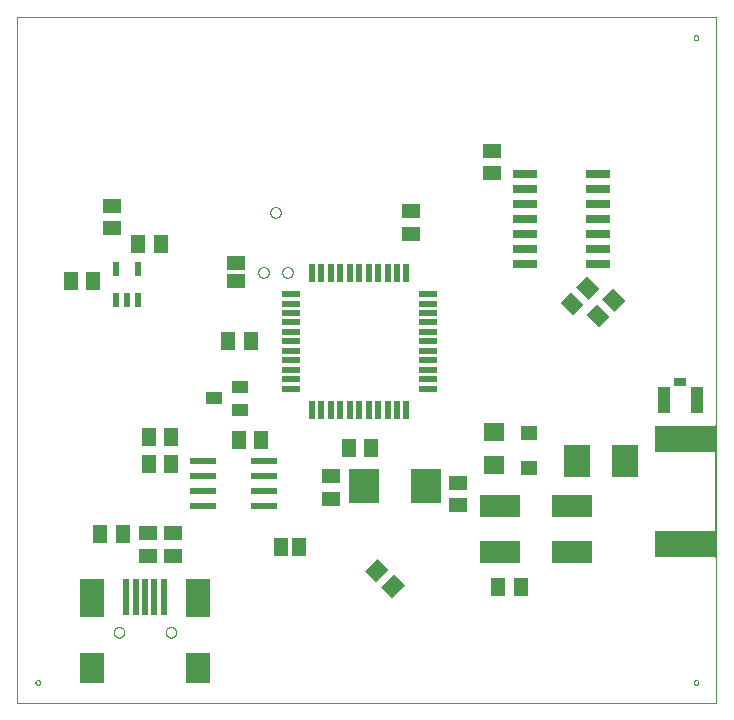
<source format=gtp>
G04 EAGLE Gerber X2 export*
G75*
%MOMM*%
%FSLAX34Y34*%
%LPD*%
%AMOC8*
5,1,8,0,0,1.08239X$1,22.5*%
G01*
%ADD10C,0.000000*%
%ADD11R,1.800000X1.600000*%
%ADD12R,1.400000X1.200000*%
%ADD13R,1.500000X0.500000*%
%ADD14R,0.500000X1.500000*%
%ADD15R,1.500000X1.300000*%
%ADD16R,1.300000X1.500000*%
%ADD17R,2.500000X3.000000*%
%ADD18R,2.000000X2.500000*%
%ADD19R,2.000000X3.300000*%
%ADD20R,0.500000X3.100000*%
%ADD21R,2.200000X0.600000*%
%ADD22R,2.032000X0.660400*%
%ADD23R,5.080000X2.286000*%
%ADD24R,1.168400X1.600200*%
%ADD25R,3.400000X1.900000*%
%ADD26R,1.050000X2.200000*%
%ADD27R,1.000000X0.800000*%
%ADD28R,1.600200X1.168400*%
%ADD29R,2.286000X2.794000*%
%ADD30R,1.400000X1.000000*%
%ADD31R,0.550000X1.200000*%


D10*
X0Y0D02*
X591820Y0D01*
X591820Y580390D01*
X0Y580390D01*
X0Y0D01*
X572516Y17272D02*
X572518Y17362D01*
X572524Y17452D01*
X572534Y17541D01*
X572548Y17630D01*
X572566Y17718D01*
X572587Y17805D01*
X572613Y17891D01*
X572642Y17976D01*
X572675Y18060D01*
X572712Y18142D01*
X572752Y18222D01*
X572796Y18301D01*
X572843Y18377D01*
X572894Y18452D01*
X572947Y18524D01*
X573004Y18593D01*
X573064Y18660D01*
X573127Y18725D01*
X573193Y18786D01*
X573261Y18845D01*
X573332Y18900D01*
X573405Y18952D01*
X573481Y19001D01*
X573558Y19047D01*
X573638Y19089D01*
X573719Y19127D01*
X573802Y19162D01*
X573886Y19193D01*
X573972Y19221D01*
X574058Y19244D01*
X574146Y19264D01*
X574235Y19280D01*
X574324Y19292D01*
X574413Y19300D01*
X574503Y19304D01*
X574593Y19304D01*
X574683Y19300D01*
X574772Y19292D01*
X574861Y19280D01*
X574950Y19264D01*
X575038Y19244D01*
X575124Y19221D01*
X575210Y19193D01*
X575294Y19162D01*
X575377Y19127D01*
X575458Y19089D01*
X575538Y19047D01*
X575615Y19001D01*
X575691Y18952D01*
X575764Y18900D01*
X575835Y18845D01*
X575903Y18786D01*
X575969Y18725D01*
X576032Y18660D01*
X576092Y18593D01*
X576149Y18524D01*
X576202Y18452D01*
X576253Y18377D01*
X576300Y18301D01*
X576344Y18222D01*
X576384Y18142D01*
X576421Y18060D01*
X576454Y17976D01*
X576483Y17891D01*
X576509Y17805D01*
X576530Y17718D01*
X576548Y17630D01*
X576562Y17541D01*
X576572Y17452D01*
X576578Y17362D01*
X576580Y17272D01*
X576578Y17182D01*
X576572Y17092D01*
X576562Y17003D01*
X576548Y16914D01*
X576530Y16826D01*
X576509Y16739D01*
X576483Y16653D01*
X576454Y16568D01*
X576421Y16484D01*
X576384Y16402D01*
X576344Y16322D01*
X576300Y16243D01*
X576253Y16167D01*
X576202Y16092D01*
X576149Y16020D01*
X576092Y15951D01*
X576032Y15884D01*
X575969Y15819D01*
X575903Y15758D01*
X575835Y15699D01*
X575764Y15644D01*
X575691Y15592D01*
X575615Y15543D01*
X575538Y15497D01*
X575458Y15455D01*
X575377Y15417D01*
X575294Y15382D01*
X575210Y15351D01*
X575124Y15323D01*
X575038Y15300D01*
X574950Y15280D01*
X574861Y15264D01*
X574772Y15252D01*
X574683Y15244D01*
X574593Y15240D01*
X574503Y15240D01*
X574413Y15244D01*
X574324Y15252D01*
X574235Y15264D01*
X574146Y15280D01*
X574058Y15300D01*
X573972Y15323D01*
X573886Y15351D01*
X573802Y15382D01*
X573719Y15417D01*
X573638Y15455D01*
X573558Y15497D01*
X573481Y15543D01*
X573405Y15592D01*
X573332Y15644D01*
X573261Y15699D01*
X573193Y15758D01*
X573127Y15819D01*
X573064Y15884D01*
X573004Y15951D01*
X572947Y16020D01*
X572894Y16092D01*
X572843Y16167D01*
X572796Y16243D01*
X572752Y16322D01*
X572712Y16402D01*
X572675Y16484D01*
X572642Y16568D01*
X572613Y16653D01*
X572587Y16739D01*
X572566Y16826D01*
X572548Y16914D01*
X572534Y17003D01*
X572524Y17092D01*
X572518Y17182D01*
X572516Y17272D01*
X15240Y17272D02*
X15242Y17362D01*
X15248Y17452D01*
X15258Y17541D01*
X15272Y17630D01*
X15290Y17718D01*
X15311Y17805D01*
X15337Y17891D01*
X15366Y17976D01*
X15399Y18060D01*
X15436Y18142D01*
X15476Y18222D01*
X15520Y18301D01*
X15567Y18377D01*
X15618Y18452D01*
X15671Y18524D01*
X15728Y18593D01*
X15788Y18660D01*
X15851Y18725D01*
X15917Y18786D01*
X15985Y18845D01*
X16056Y18900D01*
X16129Y18952D01*
X16205Y19001D01*
X16282Y19047D01*
X16362Y19089D01*
X16443Y19127D01*
X16526Y19162D01*
X16610Y19193D01*
X16696Y19221D01*
X16782Y19244D01*
X16870Y19264D01*
X16959Y19280D01*
X17048Y19292D01*
X17137Y19300D01*
X17227Y19304D01*
X17317Y19304D01*
X17407Y19300D01*
X17496Y19292D01*
X17585Y19280D01*
X17674Y19264D01*
X17762Y19244D01*
X17848Y19221D01*
X17934Y19193D01*
X18018Y19162D01*
X18101Y19127D01*
X18182Y19089D01*
X18262Y19047D01*
X18339Y19001D01*
X18415Y18952D01*
X18488Y18900D01*
X18559Y18845D01*
X18627Y18786D01*
X18693Y18725D01*
X18756Y18660D01*
X18816Y18593D01*
X18873Y18524D01*
X18926Y18452D01*
X18977Y18377D01*
X19024Y18301D01*
X19068Y18222D01*
X19108Y18142D01*
X19145Y18060D01*
X19178Y17976D01*
X19207Y17891D01*
X19233Y17805D01*
X19254Y17718D01*
X19272Y17630D01*
X19286Y17541D01*
X19296Y17452D01*
X19302Y17362D01*
X19304Y17272D01*
X19302Y17182D01*
X19296Y17092D01*
X19286Y17003D01*
X19272Y16914D01*
X19254Y16826D01*
X19233Y16739D01*
X19207Y16653D01*
X19178Y16568D01*
X19145Y16484D01*
X19108Y16402D01*
X19068Y16322D01*
X19024Y16243D01*
X18977Y16167D01*
X18926Y16092D01*
X18873Y16020D01*
X18816Y15951D01*
X18756Y15884D01*
X18693Y15819D01*
X18627Y15758D01*
X18559Y15699D01*
X18488Y15644D01*
X18415Y15592D01*
X18339Y15543D01*
X18262Y15497D01*
X18182Y15455D01*
X18101Y15417D01*
X18018Y15382D01*
X17934Y15351D01*
X17848Y15323D01*
X17762Y15300D01*
X17674Y15280D01*
X17585Y15264D01*
X17496Y15252D01*
X17407Y15244D01*
X17317Y15240D01*
X17227Y15240D01*
X17137Y15244D01*
X17048Y15252D01*
X16959Y15264D01*
X16870Y15280D01*
X16782Y15300D01*
X16696Y15323D01*
X16610Y15351D01*
X16526Y15382D01*
X16443Y15417D01*
X16362Y15455D01*
X16282Y15497D01*
X16205Y15543D01*
X16129Y15592D01*
X16056Y15644D01*
X15985Y15699D01*
X15917Y15758D01*
X15851Y15819D01*
X15788Y15884D01*
X15728Y15951D01*
X15671Y16020D01*
X15618Y16092D01*
X15567Y16167D01*
X15520Y16243D01*
X15476Y16322D01*
X15436Y16402D01*
X15399Y16484D01*
X15366Y16568D01*
X15337Y16653D01*
X15311Y16739D01*
X15290Y16826D01*
X15272Y16914D01*
X15258Y17003D01*
X15248Y17092D01*
X15242Y17182D01*
X15240Y17272D01*
X572516Y563118D02*
X572518Y563208D01*
X572524Y563298D01*
X572534Y563387D01*
X572548Y563476D01*
X572566Y563564D01*
X572587Y563651D01*
X572613Y563737D01*
X572642Y563822D01*
X572675Y563906D01*
X572712Y563988D01*
X572752Y564068D01*
X572796Y564147D01*
X572843Y564223D01*
X572894Y564298D01*
X572947Y564370D01*
X573004Y564439D01*
X573064Y564506D01*
X573127Y564571D01*
X573193Y564632D01*
X573261Y564691D01*
X573332Y564746D01*
X573405Y564798D01*
X573481Y564847D01*
X573558Y564893D01*
X573638Y564935D01*
X573719Y564973D01*
X573802Y565008D01*
X573886Y565039D01*
X573972Y565067D01*
X574058Y565090D01*
X574146Y565110D01*
X574235Y565126D01*
X574324Y565138D01*
X574413Y565146D01*
X574503Y565150D01*
X574593Y565150D01*
X574683Y565146D01*
X574772Y565138D01*
X574861Y565126D01*
X574950Y565110D01*
X575038Y565090D01*
X575124Y565067D01*
X575210Y565039D01*
X575294Y565008D01*
X575377Y564973D01*
X575458Y564935D01*
X575538Y564893D01*
X575615Y564847D01*
X575691Y564798D01*
X575764Y564746D01*
X575835Y564691D01*
X575903Y564632D01*
X575969Y564571D01*
X576032Y564506D01*
X576092Y564439D01*
X576149Y564370D01*
X576202Y564298D01*
X576253Y564223D01*
X576300Y564147D01*
X576344Y564068D01*
X576384Y563988D01*
X576421Y563906D01*
X576454Y563822D01*
X576483Y563737D01*
X576509Y563651D01*
X576530Y563564D01*
X576548Y563476D01*
X576562Y563387D01*
X576572Y563298D01*
X576578Y563208D01*
X576580Y563118D01*
X576578Y563028D01*
X576572Y562938D01*
X576562Y562849D01*
X576548Y562760D01*
X576530Y562672D01*
X576509Y562585D01*
X576483Y562499D01*
X576454Y562414D01*
X576421Y562330D01*
X576384Y562248D01*
X576344Y562168D01*
X576300Y562089D01*
X576253Y562013D01*
X576202Y561938D01*
X576149Y561866D01*
X576092Y561797D01*
X576032Y561730D01*
X575969Y561665D01*
X575903Y561604D01*
X575835Y561545D01*
X575764Y561490D01*
X575691Y561438D01*
X575615Y561389D01*
X575538Y561343D01*
X575458Y561301D01*
X575377Y561263D01*
X575294Y561228D01*
X575210Y561197D01*
X575124Y561169D01*
X575038Y561146D01*
X574950Y561126D01*
X574861Y561110D01*
X574772Y561098D01*
X574683Y561090D01*
X574593Y561086D01*
X574503Y561086D01*
X574413Y561090D01*
X574324Y561098D01*
X574235Y561110D01*
X574146Y561126D01*
X574058Y561146D01*
X573972Y561169D01*
X573886Y561197D01*
X573802Y561228D01*
X573719Y561263D01*
X573638Y561301D01*
X573558Y561343D01*
X573481Y561389D01*
X573405Y561438D01*
X573332Y561490D01*
X573261Y561545D01*
X573193Y561604D01*
X573127Y561665D01*
X573064Y561730D01*
X573004Y561797D01*
X572947Y561866D01*
X572894Y561938D01*
X572843Y562013D01*
X572796Y562089D01*
X572752Y562168D01*
X572712Y562248D01*
X572675Y562330D01*
X572642Y562414D01*
X572613Y562499D01*
X572587Y562585D01*
X572566Y562672D01*
X572548Y562760D01*
X572534Y562849D01*
X572524Y562938D01*
X572518Y563028D01*
X572516Y563118D01*
X213995Y415290D02*
X213997Y415423D01*
X214003Y415556D01*
X214013Y415688D01*
X214027Y415821D01*
X214045Y415952D01*
X214066Y416084D01*
X214092Y416214D01*
X214122Y416344D01*
X214155Y416473D01*
X214192Y416600D01*
X214234Y416727D01*
X214278Y416852D01*
X214327Y416976D01*
X214379Y417098D01*
X214435Y417219D01*
X214495Y417338D01*
X214558Y417455D01*
X214624Y417570D01*
X214694Y417683D01*
X214767Y417794D01*
X214844Y417903D01*
X214924Y418009D01*
X215007Y418113D01*
X215093Y418215D01*
X215182Y418313D01*
X215273Y418409D01*
X215368Y418503D01*
X215466Y418593D01*
X215566Y418681D01*
X215669Y418765D01*
X215774Y418847D01*
X215881Y418925D01*
X215991Y419000D01*
X216103Y419071D01*
X216218Y419139D01*
X216334Y419204D01*
X216452Y419266D01*
X216572Y419323D01*
X216693Y419377D01*
X216816Y419428D01*
X216941Y419474D01*
X217066Y419517D01*
X217194Y419557D01*
X217322Y419592D01*
X217451Y419624D01*
X217581Y419651D01*
X217712Y419675D01*
X217843Y419695D01*
X217975Y419711D01*
X218108Y419723D01*
X218241Y419731D01*
X218374Y419735D01*
X218506Y419735D01*
X218639Y419731D01*
X218772Y419723D01*
X218905Y419711D01*
X219037Y419695D01*
X219168Y419675D01*
X219299Y419651D01*
X219429Y419624D01*
X219558Y419592D01*
X219686Y419557D01*
X219814Y419517D01*
X219939Y419474D01*
X220064Y419428D01*
X220187Y419377D01*
X220308Y419323D01*
X220428Y419266D01*
X220546Y419204D01*
X220663Y419139D01*
X220777Y419071D01*
X220889Y419000D01*
X220999Y418925D01*
X221106Y418847D01*
X221211Y418765D01*
X221314Y418681D01*
X221414Y418593D01*
X221512Y418503D01*
X221607Y418409D01*
X221698Y418313D01*
X221787Y418215D01*
X221873Y418113D01*
X221956Y418009D01*
X222036Y417903D01*
X222113Y417794D01*
X222186Y417683D01*
X222256Y417570D01*
X222322Y417455D01*
X222385Y417338D01*
X222445Y417219D01*
X222501Y417098D01*
X222553Y416976D01*
X222602Y416852D01*
X222646Y416727D01*
X222688Y416600D01*
X222725Y416473D01*
X222758Y416344D01*
X222788Y416214D01*
X222814Y416084D01*
X222835Y415952D01*
X222853Y415821D01*
X222867Y415688D01*
X222877Y415556D01*
X222883Y415423D01*
X222885Y415290D01*
X222883Y415157D01*
X222877Y415024D01*
X222867Y414892D01*
X222853Y414759D01*
X222835Y414628D01*
X222814Y414496D01*
X222788Y414366D01*
X222758Y414236D01*
X222725Y414107D01*
X222688Y413980D01*
X222646Y413853D01*
X222602Y413728D01*
X222553Y413604D01*
X222501Y413482D01*
X222445Y413361D01*
X222385Y413242D01*
X222322Y413125D01*
X222256Y413010D01*
X222186Y412897D01*
X222113Y412786D01*
X222036Y412677D01*
X221956Y412571D01*
X221873Y412467D01*
X221787Y412365D01*
X221698Y412267D01*
X221607Y412171D01*
X221512Y412077D01*
X221414Y411987D01*
X221314Y411899D01*
X221211Y411815D01*
X221106Y411733D01*
X220999Y411655D01*
X220889Y411580D01*
X220777Y411509D01*
X220662Y411441D01*
X220546Y411376D01*
X220428Y411314D01*
X220308Y411257D01*
X220187Y411203D01*
X220064Y411152D01*
X219939Y411106D01*
X219814Y411063D01*
X219686Y411023D01*
X219558Y410988D01*
X219429Y410956D01*
X219299Y410929D01*
X219168Y410905D01*
X219037Y410885D01*
X218905Y410869D01*
X218772Y410857D01*
X218639Y410849D01*
X218506Y410845D01*
X218374Y410845D01*
X218241Y410849D01*
X218108Y410857D01*
X217975Y410869D01*
X217843Y410885D01*
X217712Y410905D01*
X217581Y410929D01*
X217451Y410956D01*
X217322Y410988D01*
X217194Y411023D01*
X217066Y411063D01*
X216941Y411106D01*
X216816Y411152D01*
X216693Y411203D01*
X216572Y411257D01*
X216452Y411314D01*
X216334Y411376D01*
X216217Y411441D01*
X216103Y411509D01*
X215991Y411580D01*
X215881Y411655D01*
X215774Y411733D01*
X215669Y411815D01*
X215566Y411899D01*
X215466Y411987D01*
X215368Y412077D01*
X215273Y412171D01*
X215182Y412267D01*
X215093Y412365D01*
X215007Y412467D01*
X214924Y412571D01*
X214844Y412677D01*
X214767Y412786D01*
X214694Y412897D01*
X214624Y413010D01*
X214558Y413125D01*
X214495Y413242D01*
X214435Y413361D01*
X214379Y413482D01*
X214327Y413604D01*
X214278Y413728D01*
X214234Y413853D01*
X214192Y413980D01*
X214155Y414107D01*
X214122Y414236D01*
X214092Y414366D01*
X214066Y414496D01*
X214045Y414628D01*
X214027Y414759D01*
X214013Y414892D01*
X214003Y415024D01*
X213997Y415157D01*
X213995Y415290D01*
X203835Y364490D02*
X203837Y364623D01*
X203843Y364756D01*
X203853Y364888D01*
X203867Y365021D01*
X203885Y365152D01*
X203906Y365284D01*
X203932Y365414D01*
X203962Y365544D01*
X203995Y365673D01*
X204032Y365800D01*
X204074Y365927D01*
X204118Y366052D01*
X204167Y366176D01*
X204219Y366298D01*
X204275Y366419D01*
X204335Y366538D01*
X204398Y366655D01*
X204464Y366770D01*
X204534Y366883D01*
X204607Y366994D01*
X204684Y367103D01*
X204764Y367209D01*
X204847Y367313D01*
X204933Y367415D01*
X205022Y367513D01*
X205113Y367609D01*
X205208Y367703D01*
X205306Y367793D01*
X205406Y367881D01*
X205509Y367965D01*
X205614Y368047D01*
X205721Y368125D01*
X205831Y368200D01*
X205943Y368271D01*
X206058Y368339D01*
X206174Y368404D01*
X206292Y368466D01*
X206412Y368523D01*
X206533Y368577D01*
X206656Y368628D01*
X206781Y368674D01*
X206906Y368717D01*
X207034Y368757D01*
X207162Y368792D01*
X207291Y368824D01*
X207421Y368851D01*
X207552Y368875D01*
X207683Y368895D01*
X207815Y368911D01*
X207948Y368923D01*
X208081Y368931D01*
X208214Y368935D01*
X208346Y368935D01*
X208479Y368931D01*
X208612Y368923D01*
X208745Y368911D01*
X208877Y368895D01*
X209008Y368875D01*
X209139Y368851D01*
X209269Y368824D01*
X209398Y368792D01*
X209526Y368757D01*
X209654Y368717D01*
X209779Y368674D01*
X209904Y368628D01*
X210027Y368577D01*
X210148Y368523D01*
X210268Y368466D01*
X210386Y368404D01*
X210503Y368339D01*
X210617Y368271D01*
X210729Y368200D01*
X210839Y368125D01*
X210946Y368047D01*
X211051Y367965D01*
X211154Y367881D01*
X211254Y367793D01*
X211352Y367703D01*
X211447Y367609D01*
X211538Y367513D01*
X211627Y367415D01*
X211713Y367313D01*
X211796Y367209D01*
X211876Y367103D01*
X211953Y366994D01*
X212026Y366883D01*
X212096Y366770D01*
X212162Y366655D01*
X212225Y366538D01*
X212285Y366419D01*
X212341Y366298D01*
X212393Y366176D01*
X212442Y366052D01*
X212486Y365927D01*
X212528Y365800D01*
X212565Y365673D01*
X212598Y365544D01*
X212628Y365414D01*
X212654Y365284D01*
X212675Y365152D01*
X212693Y365021D01*
X212707Y364888D01*
X212717Y364756D01*
X212723Y364623D01*
X212725Y364490D01*
X212723Y364357D01*
X212717Y364224D01*
X212707Y364092D01*
X212693Y363959D01*
X212675Y363828D01*
X212654Y363696D01*
X212628Y363566D01*
X212598Y363436D01*
X212565Y363307D01*
X212528Y363180D01*
X212486Y363053D01*
X212442Y362928D01*
X212393Y362804D01*
X212341Y362682D01*
X212285Y362561D01*
X212225Y362442D01*
X212162Y362325D01*
X212096Y362210D01*
X212026Y362097D01*
X211953Y361986D01*
X211876Y361877D01*
X211796Y361771D01*
X211713Y361667D01*
X211627Y361565D01*
X211538Y361467D01*
X211447Y361371D01*
X211352Y361277D01*
X211254Y361187D01*
X211154Y361099D01*
X211051Y361015D01*
X210946Y360933D01*
X210839Y360855D01*
X210729Y360780D01*
X210617Y360709D01*
X210502Y360641D01*
X210386Y360576D01*
X210268Y360514D01*
X210148Y360457D01*
X210027Y360403D01*
X209904Y360352D01*
X209779Y360306D01*
X209654Y360263D01*
X209526Y360223D01*
X209398Y360188D01*
X209269Y360156D01*
X209139Y360129D01*
X209008Y360105D01*
X208877Y360085D01*
X208745Y360069D01*
X208612Y360057D01*
X208479Y360049D01*
X208346Y360045D01*
X208214Y360045D01*
X208081Y360049D01*
X207948Y360057D01*
X207815Y360069D01*
X207683Y360085D01*
X207552Y360105D01*
X207421Y360129D01*
X207291Y360156D01*
X207162Y360188D01*
X207034Y360223D01*
X206906Y360263D01*
X206781Y360306D01*
X206656Y360352D01*
X206533Y360403D01*
X206412Y360457D01*
X206292Y360514D01*
X206174Y360576D01*
X206057Y360641D01*
X205943Y360709D01*
X205831Y360780D01*
X205721Y360855D01*
X205614Y360933D01*
X205509Y361015D01*
X205406Y361099D01*
X205306Y361187D01*
X205208Y361277D01*
X205113Y361371D01*
X205022Y361467D01*
X204933Y361565D01*
X204847Y361667D01*
X204764Y361771D01*
X204684Y361877D01*
X204607Y361986D01*
X204534Y362097D01*
X204464Y362210D01*
X204398Y362325D01*
X204335Y362442D01*
X204275Y362561D01*
X204219Y362682D01*
X204167Y362804D01*
X204118Y362928D01*
X204074Y363053D01*
X204032Y363180D01*
X203995Y363307D01*
X203962Y363436D01*
X203932Y363566D01*
X203906Y363696D01*
X203885Y363828D01*
X203867Y363959D01*
X203853Y364092D01*
X203843Y364224D01*
X203837Y364357D01*
X203835Y364490D01*
X224155Y364490D02*
X224157Y364623D01*
X224163Y364756D01*
X224173Y364888D01*
X224187Y365021D01*
X224205Y365152D01*
X224226Y365284D01*
X224252Y365414D01*
X224282Y365544D01*
X224315Y365673D01*
X224352Y365800D01*
X224394Y365927D01*
X224438Y366052D01*
X224487Y366176D01*
X224539Y366298D01*
X224595Y366419D01*
X224655Y366538D01*
X224718Y366655D01*
X224784Y366770D01*
X224854Y366883D01*
X224927Y366994D01*
X225004Y367103D01*
X225084Y367209D01*
X225167Y367313D01*
X225253Y367415D01*
X225342Y367513D01*
X225433Y367609D01*
X225528Y367703D01*
X225626Y367793D01*
X225726Y367881D01*
X225829Y367965D01*
X225934Y368047D01*
X226041Y368125D01*
X226151Y368200D01*
X226263Y368271D01*
X226378Y368339D01*
X226494Y368404D01*
X226612Y368466D01*
X226732Y368523D01*
X226853Y368577D01*
X226976Y368628D01*
X227101Y368674D01*
X227226Y368717D01*
X227354Y368757D01*
X227482Y368792D01*
X227611Y368824D01*
X227741Y368851D01*
X227872Y368875D01*
X228003Y368895D01*
X228135Y368911D01*
X228268Y368923D01*
X228401Y368931D01*
X228534Y368935D01*
X228666Y368935D01*
X228799Y368931D01*
X228932Y368923D01*
X229065Y368911D01*
X229197Y368895D01*
X229328Y368875D01*
X229459Y368851D01*
X229589Y368824D01*
X229718Y368792D01*
X229846Y368757D01*
X229974Y368717D01*
X230099Y368674D01*
X230224Y368628D01*
X230347Y368577D01*
X230468Y368523D01*
X230588Y368466D01*
X230706Y368404D01*
X230823Y368339D01*
X230937Y368271D01*
X231049Y368200D01*
X231159Y368125D01*
X231266Y368047D01*
X231371Y367965D01*
X231474Y367881D01*
X231574Y367793D01*
X231672Y367703D01*
X231767Y367609D01*
X231858Y367513D01*
X231947Y367415D01*
X232033Y367313D01*
X232116Y367209D01*
X232196Y367103D01*
X232273Y366994D01*
X232346Y366883D01*
X232416Y366770D01*
X232482Y366655D01*
X232545Y366538D01*
X232605Y366419D01*
X232661Y366298D01*
X232713Y366176D01*
X232762Y366052D01*
X232806Y365927D01*
X232848Y365800D01*
X232885Y365673D01*
X232918Y365544D01*
X232948Y365414D01*
X232974Y365284D01*
X232995Y365152D01*
X233013Y365021D01*
X233027Y364888D01*
X233037Y364756D01*
X233043Y364623D01*
X233045Y364490D01*
X233043Y364357D01*
X233037Y364224D01*
X233027Y364092D01*
X233013Y363959D01*
X232995Y363828D01*
X232974Y363696D01*
X232948Y363566D01*
X232918Y363436D01*
X232885Y363307D01*
X232848Y363180D01*
X232806Y363053D01*
X232762Y362928D01*
X232713Y362804D01*
X232661Y362682D01*
X232605Y362561D01*
X232545Y362442D01*
X232482Y362325D01*
X232416Y362210D01*
X232346Y362097D01*
X232273Y361986D01*
X232196Y361877D01*
X232116Y361771D01*
X232033Y361667D01*
X231947Y361565D01*
X231858Y361467D01*
X231767Y361371D01*
X231672Y361277D01*
X231574Y361187D01*
X231474Y361099D01*
X231371Y361015D01*
X231266Y360933D01*
X231159Y360855D01*
X231049Y360780D01*
X230937Y360709D01*
X230822Y360641D01*
X230706Y360576D01*
X230588Y360514D01*
X230468Y360457D01*
X230347Y360403D01*
X230224Y360352D01*
X230099Y360306D01*
X229974Y360263D01*
X229846Y360223D01*
X229718Y360188D01*
X229589Y360156D01*
X229459Y360129D01*
X229328Y360105D01*
X229197Y360085D01*
X229065Y360069D01*
X228932Y360057D01*
X228799Y360049D01*
X228666Y360045D01*
X228534Y360045D01*
X228401Y360049D01*
X228268Y360057D01*
X228135Y360069D01*
X228003Y360085D01*
X227872Y360105D01*
X227741Y360129D01*
X227611Y360156D01*
X227482Y360188D01*
X227354Y360223D01*
X227226Y360263D01*
X227101Y360306D01*
X226976Y360352D01*
X226853Y360403D01*
X226732Y360457D01*
X226612Y360514D01*
X226494Y360576D01*
X226377Y360641D01*
X226263Y360709D01*
X226151Y360780D01*
X226041Y360855D01*
X225934Y360933D01*
X225829Y361015D01*
X225726Y361099D01*
X225626Y361187D01*
X225528Y361277D01*
X225433Y361371D01*
X225342Y361467D01*
X225253Y361565D01*
X225167Y361667D01*
X225084Y361771D01*
X225004Y361877D01*
X224927Y361986D01*
X224854Y362097D01*
X224784Y362210D01*
X224718Y362325D01*
X224655Y362442D01*
X224595Y362561D01*
X224539Y362682D01*
X224487Y362804D01*
X224438Y362928D01*
X224394Y363053D01*
X224352Y363180D01*
X224315Y363307D01*
X224282Y363436D01*
X224252Y363566D01*
X224226Y363696D01*
X224205Y363828D01*
X224187Y363959D01*
X224173Y364092D01*
X224163Y364224D01*
X224157Y364357D01*
X224155Y364490D01*
D11*
X403352Y201392D03*
X403352Y229392D03*
D12*
X432816Y228868D03*
X432816Y198868D03*
D13*
X231306Y346070D03*
X231306Y338070D03*
X231306Y330070D03*
X231306Y322070D03*
X231306Y314070D03*
X231306Y306070D03*
X231306Y298070D03*
X231306Y290070D03*
X231306Y282070D03*
X231306Y274070D03*
X231306Y266070D03*
D14*
X249306Y248070D03*
X257306Y248070D03*
X265306Y248070D03*
X273306Y248070D03*
X281306Y248070D03*
X289306Y248070D03*
X297306Y248070D03*
X305306Y248070D03*
X313306Y248070D03*
X321306Y248070D03*
X329306Y248070D03*
D13*
X347306Y266070D03*
X347306Y274070D03*
X347306Y282070D03*
X347306Y290070D03*
X347306Y298070D03*
X347306Y306070D03*
X347306Y314070D03*
X347306Y322070D03*
X347306Y330070D03*
X347306Y338070D03*
X347306Y346070D03*
D14*
X329306Y364070D03*
X321306Y364070D03*
X313306Y364070D03*
X305306Y364070D03*
X297306Y364070D03*
X289306Y364070D03*
X281306Y364070D03*
X273306Y364070D03*
X265306Y364070D03*
X257306Y364070D03*
X249306Y364070D03*
D15*
X265430Y172872D03*
X265430Y191872D03*
X372872Y167284D03*
X372872Y186284D03*
D16*
X280314Y215646D03*
X299314Y215646D03*
X178587Y306578D03*
X197587Y306578D03*
D17*
X293390Y183896D03*
X345690Y183896D03*
D18*
X152450Y29690D03*
X63450Y29690D03*
D19*
X152450Y88690D03*
X63450Y88690D03*
D20*
X91950Y89690D03*
X99950Y89690D03*
X107950Y89690D03*
X115950Y89690D03*
X123950Y89690D03*
D10*
X81450Y59690D02*
X81452Y59824D01*
X81458Y59958D01*
X81468Y60091D01*
X81482Y60225D01*
X81500Y60358D01*
X81522Y60490D01*
X81547Y60621D01*
X81577Y60752D01*
X81611Y60882D01*
X81648Y61010D01*
X81689Y61138D01*
X81734Y61264D01*
X81783Y61389D01*
X81835Y61512D01*
X81891Y61634D01*
X81951Y61754D01*
X82014Y61872D01*
X82081Y61988D01*
X82151Y62102D01*
X82225Y62214D01*
X82302Y62324D01*
X82382Y62432D01*
X82465Y62537D01*
X82551Y62639D01*
X82640Y62739D01*
X82733Y62836D01*
X82828Y62931D01*
X82926Y63022D01*
X83026Y63111D01*
X83129Y63196D01*
X83235Y63279D01*
X83343Y63358D01*
X83453Y63434D01*
X83566Y63507D01*
X83681Y63576D01*
X83797Y63642D01*
X83916Y63704D01*
X84036Y63763D01*
X84159Y63818D01*
X84282Y63870D01*
X84407Y63917D01*
X84534Y63961D01*
X84662Y64002D01*
X84791Y64038D01*
X84921Y64071D01*
X85052Y64099D01*
X85183Y64124D01*
X85316Y64145D01*
X85449Y64162D01*
X85582Y64175D01*
X85716Y64184D01*
X85850Y64189D01*
X85984Y64190D01*
X86117Y64187D01*
X86251Y64180D01*
X86385Y64169D01*
X86518Y64154D01*
X86651Y64135D01*
X86783Y64112D01*
X86914Y64086D01*
X87044Y64055D01*
X87174Y64020D01*
X87302Y63982D01*
X87429Y63940D01*
X87555Y63894D01*
X87680Y63844D01*
X87803Y63791D01*
X87924Y63734D01*
X88044Y63673D01*
X88161Y63609D01*
X88277Y63542D01*
X88391Y63471D01*
X88502Y63396D01*
X88611Y63319D01*
X88718Y63238D01*
X88823Y63154D01*
X88924Y63067D01*
X89024Y62977D01*
X89120Y62884D01*
X89214Y62788D01*
X89305Y62689D01*
X89392Y62588D01*
X89477Y62484D01*
X89559Y62378D01*
X89637Y62270D01*
X89712Y62159D01*
X89784Y62046D01*
X89853Y61930D01*
X89918Y61813D01*
X89979Y61694D01*
X90037Y61573D01*
X90091Y61451D01*
X90142Y61327D01*
X90189Y61201D01*
X90232Y61074D01*
X90271Y60946D01*
X90307Y60817D01*
X90338Y60687D01*
X90366Y60556D01*
X90390Y60424D01*
X90410Y60291D01*
X90426Y60158D01*
X90438Y60025D01*
X90446Y59891D01*
X90450Y59757D01*
X90450Y59623D01*
X90446Y59489D01*
X90438Y59355D01*
X90426Y59222D01*
X90410Y59089D01*
X90390Y58956D01*
X90366Y58824D01*
X90338Y58693D01*
X90307Y58563D01*
X90271Y58434D01*
X90232Y58306D01*
X90189Y58179D01*
X90142Y58053D01*
X90091Y57929D01*
X90037Y57807D01*
X89979Y57686D01*
X89918Y57567D01*
X89853Y57450D01*
X89784Y57334D01*
X89712Y57221D01*
X89637Y57110D01*
X89559Y57002D01*
X89477Y56896D01*
X89392Y56792D01*
X89305Y56691D01*
X89214Y56592D01*
X89120Y56496D01*
X89024Y56403D01*
X88924Y56313D01*
X88823Y56226D01*
X88718Y56142D01*
X88611Y56061D01*
X88502Y55984D01*
X88391Y55909D01*
X88277Y55838D01*
X88161Y55771D01*
X88044Y55707D01*
X87924Y55646D01*
X87803Y55589D01*
X87680Y55536D01*
X87555Y55486D01*
X87429Y55440D01*
X87302Y55398D01*
X87174Y55360D01*
X87044Y55325D01*
X86914Y55294D01*
X86783Y55268D01*
X86651Y55245D01*
X86518Y55226D01*
X86385Y55211D01*
X86251Y55200D01*
X86117Y55193D01*
X85984Y55190D01*
X85850Y55191D01*
X85716Y55196D01*
X85582Y55205D01*
X85449Y55218D01*
X85316Y55235D01*
X85183Y55256D01*
X85052Y55281D01*
X84921Y55309D01*
X84791Y55342D01*
X84662Y55378D01*
X84534Y55419D01*
X84407Y55463D01*
X84282Y55510D01*
X84159Y55562D01*
X84036Y55617D01*
X83916Y55676D01*
X83797Y55738D01*
X83681Y55804D01*
X83566Y55873D01*
X83453Y55946D01*
X83343Y56022D01*
X83235Y56101D01*
X83129Y56184D01*
X83026Y56269D01*
X82926Y56358D01*
X82828Y56449D01*
X82733Y56544D01*
X82640Y56641D01*
X82551Y56741D01*
X82465Y56843D01*
X82382Y56948D01*
X82302Y57056D01*
X82225Y57166D01*
X82151Y57278D01*
X82081Y57392D01*
X82014Y57508D01*
X81951Y57626D01*
X81891Y57746D01*
X81835Y57868D01*
X81783Y57991D01*
X81734Y58116D01*
X81689Y58242D01*
X81648Y58370D01*
X81611Y58498D01*
X81577Y58628D01*
X81547Y58759D01*
X81522Y58890D01*
X81500Y59022D01*
X81482Y59155D01*
X81468Y59289D01*
X81458Y59422D01*
X81452Y59556D01*
X81450Y59690D01*
X125450Y59690D02*
X125452Y59824D01*
X125458Y59958D01*
X125468Y60091D01*
X125482Y60225D01*
X125500Y60358D01*
X125522Y60490D01*
X125547Y60621D01*
X125577Y60752D01*
X125611Y60882D01*
X125648Y61010D01*
X125689Y61138D01*
X125734Y61264D01*
X125783Y61389D01*
X125835Y61512D01*
X125891Y61634D01*
X125951Y61754D01*
X126014Y61872D01*
X126081Y61988D01*
X126151Y62102D01*
X126225Y62214D01*
X126302Y62324D01*
X126382Y62432D01*
X126465Y62537D01*
X126551Y62639D01*
X126640Y62739D01*
X126733Y62836D01*
X126828Y62931D01*
X126926Y63022D01*
X127026Y63111D01*
X127129Y63196D01*
X127235Y63279D01*
X127343Y63358D01*
X127453Y63434D01*
X127566Y63507D01*
X127681Y63576D01*
X127797Y63642D01*
X127916Y63704D01*
X128036Y63763D01*
X128159Y63818D01*
X128282Y63870D01*
X128407Y63917D01*
X128534Y63961D01*
X128662Y64002D01*
X128791Y64038D01*
X128921Y64071D01*
X129052Y64099D01*
X129183Y64124D01*
X129316Y64145D01*
X129449Y64162D01*
X129582Y64175D01*
X129716Y64184D01*
X129850Y64189D01*
X129984Y64190D01*
X130117Y64187D01*
X130251Y64180D01*
X130385Y64169D01*
X130518Y64154D01*
X130651Y64135D01*
X130783Y64112D01*
X130914Y64086D01*
X131044Y64055D01*
X131174Y64020D01*
X131302Y63982D01*
X131429Y63940D01*
X131555Y63894D01*
X131680Y63844D01*
X131803Y63791D01*
X131924Y63734D01*
X132044Y63673D01*
X132161Y63609D01*
X132277Y63542D01*
X132391Y63471D01*
X132502Y63396D01*
X132611Y63319D01*
X132718Y63238D01*
X132823Y63154D01*
X132924Y63067D01*
X133024Y62977D01*
X133120Y62884D01*
X133214Y62788D01*
X133305Y62689D01*
X133392Y62588D01*
X133477Y62484D01*
X133559Y62378D01*
X133637Y62270D01*
X133712Y62159D01*
X133784Y62046D01*
X133853Y61930D01*
X133918Y61813D01*
X133979Y61694D01*
X134037Y61573D01*
X134091Y61451D01*
X134142Y61327D01*
X134189Y61201D01*
X134232Y61074D01*
X134271Y60946D01*
X134307Y60817D01*
X134338Y60687D01*
X134366Y60556D01*
X134390Y60424D01*
X134410Y60291D01*
X134426Y60158D01*
X134438Y60025D01*
X134446Y59891D01*
X134450Y59757D01*
X134450Y59623D01*
X134446Y59489D01*
X134438Y59355D01*
X134426Y59222D01*
X134410Y59089D01*
X134390Y58956D01*
X134366Y58824D01*
X134338Y58693D01*
X134307Y58563D01*
X134271Y58434D01*
X134232Y58306D01*
X134189Y58179D01*
X134142Y58053D01*
X134091Y57929D01*
X134037Y57807D01*
X133979Y57686D01*
X133918Y57567D01*
X133853Y57450D01*
X133784Y57334D01*
X133712Y57221D01*
X133637Y57110D01*
X133559Y57002D01*
X133477Y56896D01*
X133392Y56792D01*
X133305Y56691D01*
X133214Y56592D01*
X133120Y56496D01*
X133024Y56403D01*
X132924Y56313D01*
X132823Y56226D01*
X132718Y56142D01*
X132611Y56061D01*
X132502Y55984D01*
X132391Y55909D01*
X132277Y55838D01*
X132161Y55771D01*
X132044Y55707D01*
X131924Y55646D01*
X131803Y55589D01*
X131680Y55536D01*
X131555Y55486D01*
X131429Y55440D01*
X131302Y55398D01*
X131174Y55360D01*
X131044Y55325D01*
X130914Y55294D01*
X130783Y55268D01*
X130651Y55245D01*
X130518Y55226D01*
X130385Y55211D01*
X130251Y55200D01*
X130117Y55193D01*
X129984Y55190D01*
X129850Y55191D01*
X129716Y55196D01*
X129582Y55205D01*
X129449Y55218D01*
X129316Y55235D01*
X129183Y55256D01*
X129052Y55281D01*
X128921Y55309D01*
X128791Y55342D01*
X128662Y55378D01*
X128534Y55419D01*
X128407Y55463D01*
X128282Y55510D01*
X128159Y55562D01*
X128036Y55617D01*
X127916Y55676D01*
X127797Y55738D01*
X127681Y55804D01*
X127566Y55873D01*
X127453Y55946D01*
X127343Y56022D01*
X127235Y56101D01*
X127129Y56184D01*
X127026Y56269D01*
X126926Y56358D01*
X126828Y56449D01*
X126733Y56544D01*
X126640Y56641D01*
X126551Y56741D01*
X126465Y56843D01*
X126382Y56948D01*
X126302Y57056D01*
X126225Y57166D01*
X126151Y57278D01*
X126081Y57392D01*
X126014Y57508D01*
X125951Y57626D01*
X125891Y57746D01*
X125835Y57868D01*
X125783Y57991D01*
X125734Y58116D01*
X125689Y58242D01*
X125648Y58370D01*
X125611Y58498D01*
X125577Y58628D01*
X125547Y58759D01*
X125522Y58890D01*
X125500Y59022D01*
X125482Y59155D01*
X125468Y59289D01*
X125458Y59422D01*
X125452Y59556D01*
X125450Y59690D01*
D15*
X131572Y143612D03*
X131572Y124612D03*
X110236Y143612D03*
X110236Y124612D03*
D16*
X70002Y143256D03*
X89002Y143256D03*
D15*
X332994Y416154D03*
X332994Y397154D03*
D21*
X208880Y179070D03*
X156880Y179070D03*
X208880Y166370D03*
X208880Y191770D03*
X208880Y204470D03*
X156880Y166370D03*
X156880Y191770D03*
X156880Y204470D03*
D22*
X430022Y447802D03*
X491490Y447802D03*
X430022Y435102D03*
X430022Y422402D03*
X491490Y435102D03*
X491490Y422402D03*
X430022Y409702D03*
X491490Y409702D03*
X430022Y397002D03*
X430022Y384302D03*
X491490Y397002D03*
X491490Y384302D03*
X430022Y371602D03*
X491490Y371602D03*
D15*
X401574Y467208D03*
X401574Y448208D03*
D16*
G36*
X472815Y352103D02*
X482007Y361295D01*
X492613Y350689D01*
X483421Y341497D01*
X472815Y352103D01*
G37*
G36*
X459379Y338667D02*
X468571Y347859D01*
X479177Y337253D01*
X469985Y328061D01*
X459379Y338667D01*
G37*
G36*
X494913Y341943D02*
X504105Y351135D01*
X514711Y340529D01*
X505519Y331337D01*
X494913Y341943D01*
G37*
G36*
X481477Y328507D02*
X490669Y337699D01*
X501275Y327093D01*
X492083Y317901D01*
X481477Y328507D01*
G37*
D10*
X590550Y234950D02*
X590550Y123190D01*
D23*
X564896Y134874D03*
X564896Y223266D03*
D24*
X238760Y132080D03*
X223520Y132080D03*
D25*
X408940Y166820D03*
X408940Y127820D03*
X469900Y166820D03*
X469900Y127820D03*
D16*
G36*
X318575Y108591D02*
X327767Y99399D01*
X317161Y88793D01*
X307969Y97985D01*
X318575Y108591D01*
G37*
G36*
X305139Y122027D02*
X314331Y112835D01*
X303725Y102229D01*
X294533Y111421D01*
X305139Y122027D01*
G37*
X426060Y97790D03*
X407060Y97790D03*
D26*
X547590Y256540D03*
X575090Y256540D03*
D27*
X561340Y271790D03*
D28*
X185420Y356870D03*
X185420Y372110D03*
D29*
X473570Y204470D03*
X514490Y204470D03*
D30*
X188800Y248310D03*
X188800Y267310D03*
X166800Y257810D03*
D16*
X206350Y222250D03*
X187350Y222250D03*
D31*
X83210Y341330D03*
X92710Y341330D03*
X102210Y341330D03*
X102210Y367330D03*
X83210Y367330D03*
D16*
X45110Y356870D03*
X64110Y356870D03*
X102260Y388620D03*
X121260Y388620D03*
D15*
X80010Y401980D03*
X80010Y420980D03*
D16*
X130150Y224790D03*
X111150Y224790D03*
X111150Y201930D03*
X130150Y201930D03*
M02*

</source>
